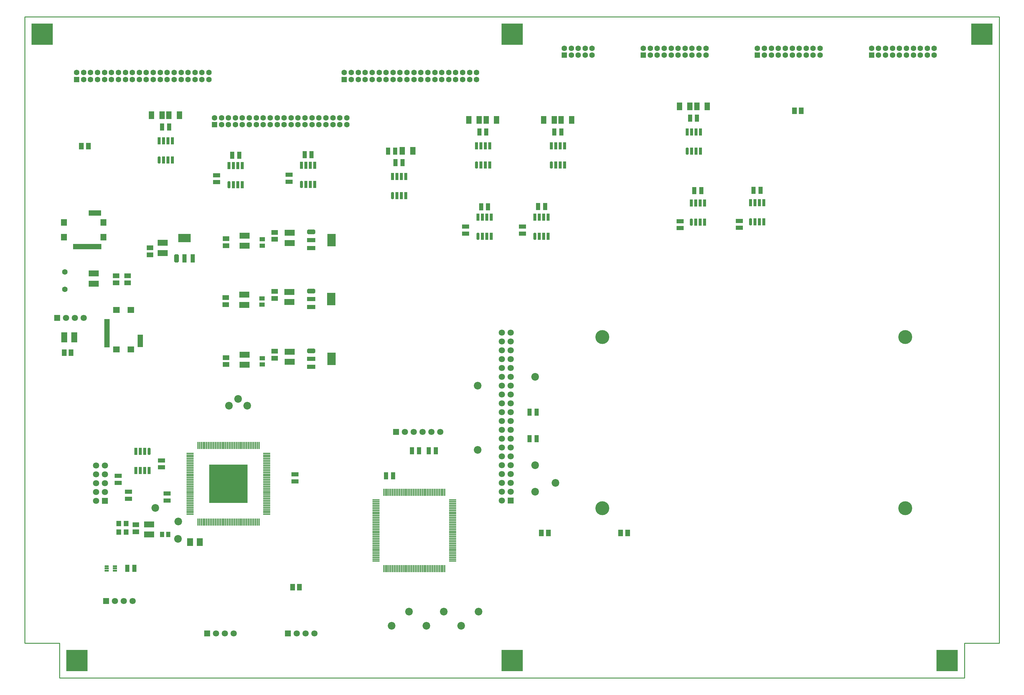
<source format=gts>
G04*
G04 #@! TF.GenerationSoftware,Altium Limited,Altium Designer,24.9.1 (31)*
G04*
G04 Layer_Color=8388736*
%FSLAX44Y44*%
%MOMM*%
G71*
G04*
G04 #@! TF.SameCoordinates,FFAC17DA-0C39-4F23-945C-E2544D3BB645*
G04*
G04*
G04 #@! TF.FilePolarity,Negative*
G04*
G01*
G75*
%ADD10C,0.2500*%
G04:AMPARAMS|DCode=41|XSize=2.1mm|YSize=0.4mm|CornerRadius=0mm|HoleSize=0mm|Usage=FLASHONLY|Rotation=0.000|XOffset=0mm|YOffset=0mm|HoleType=Round|Shape=Octagon|*
%AMOCTAGOND41*
4,1,8,1.0500,-0.1000,1.0500,0.1000,0.9500,0.2000,-0.9500,0.2000,-1.0500,0.1000,-1.0500,-0.1000,-0.9500,-0.2000,0.9500,-0.2000,1.0500,-0.1000,0.0*
%
%ADD41OCTAGOND41*%

%ADD42R,2.1000X0.4000*%
%ADD43R,0.4000X2.1000*%
%ADD44R,2.9000X1.7000*%
%ADD45R,1.9000X1.4000*%
%ADD46R,1.4000X1.9000*%
%ADD47R,1.2000X2.0000*%
%ADD48R,1.2000X0.5500*%
G04:AMPARAMS|DCode=49|XSize=1.2mm|YSize=0.55mm|CornerRadius=0mm|HoleSize=0mm|Usage=FLASHONLY|Rotation=0.000|XOffset=0mm|YOffset=0mm|HoleType=Round|Shape=Octagon|*
%AMOCTAGOND49*
4,1,8,0.6000,-0.1375,0.6000,0.1375,0.4625,0.2750,-0.4625,0.2750,-0.6000,0.1375,-0.6000,-0.1375,-0.4625,-0.2750,0.4625,-0.2750,0.6000,-0.1375,0.0*
%
%ADD49OCTAGOND49*%

G04:AMPARAMS|DCode=50|XSize=0.9mm|YSize=2mm|CornerRadius=0mm|HoleSize=0mm|Usage=FLASHONLY|Rotation=0.000|XOffset=0mm|YOffset=0mm|HoleType=Round|Shape=Octagon|*
%AMOCTAGOND50*
4,1,8,-0.2250,1.0000,0.2250,1.0000,0.4500,0.7750,0.4500,-0.7750,0.2250,-1.0000,-0.2250,-1.0000,-0.4500,-0.7750,-0.4500,0.7750,-0.2250,1.0000,0.0*
%
%ADD50OCTAGOND50*%

%ADD51R,0.9000X2.0000*%
%ADD52R,2.0000X1.2000*%
%ADD53R,1.6000X2.2000*%
%ADD54R,3.6000X2.4000*%
%ADD55R,1.3000X2.4000*%
G04:AMPARAMS|DCode=56|XSize=1.3mm|YSize=2.4mm|CornerRadius=0mm|HoleSize=0mm|Usage=FLASHONLY|Rotation=0.000|XOffset=0mm|YOffset=0mm|HoleType=Round|Shape=Octagon|*
%AMOCTAGOND56*
4,1,8,-0.3250,1.2000,0.3250,1.2000,0.6500,0.8750,0.6500,-0.8750,0.3250,-1.2000,-0.3250,-1.2000,-0.6500,-0.8750,-0.6500,0.8750,-0.3250,1.2000,0.0*
%
%ADD56OCTAGOND56*%

%ADD57R,1.7000X2.9000*%
%ADD58R,1.6000X3.6000*%
%ADD59R,1.6000X8.1000*%
%ADD60R,1.9000X1.8000*%
%ADD61R,1.6000X1.3000*%
%ADD62R,2.4000X3.6000*%
%ADD63R,2.4000X1.3000*%
G04:AMPARAMS|DCode=64|XSize=1.3mm|YSize=2.4mm|CornerRadius=0mm|HoleSize=0mm|Usage=FLASHONLY|Rotation=270.000|XOffset=0mm|YOffset=0mm|HoleType=Round|Shape=Octagon|*
%AMOCTAGOND64*
4,1,8,1.2000,0.3250,1.2000,-0.3250,0.8750,-0.6500,-0.8750,-0.6500,-1.2000,-0.3250,-1.2000,0.3250,-0.8750,0.6500,0.8750,0.6500,1.2000,0.3250,0.0*
%
%ADD64OCTAGOND64*%

%ADD65R,1.4000X1.6000*%
%ADD66R,1.3000X1.6000*%
%ADD67R,1.7000X2.2000*%
%ADD68R,1.8000X1.9000*%
%ADD69R,8.1000X1.6000*%
%ADD70R,3.6000X1.6000*%
%ADD71R,11.1000X11.1000*%
%ADD72C,1.6000*%
%ADD73C,1.8000*%
%ADD74R,1.8000X1.8000*%
%ADD75C,2.2000*%
%ADD76R,1.8000X1.8000*%
%ADD77R,1.6000X1.6000*%
%ADD78C,4.0000*%
%ADD79R,6.1000X6.1000*%
D10*
X0Y100000D02*
X100000D01*
Y0D02*
Y100000D01*
Y0D02*
X2700000D01*
X2800000Y100000D02*
Y1900000D01*
X0D02*
X2800000D01*
X2700000Y0D02*
Y100000D01*
X2800000D01*
X0D02*
Y1900000D01*
D41*
X475120Y645750D02*
D03*
X1009240Y511500D02*
D03*
D42*
X475120Y640750D02*
D03*
Y635750D02*
D03*
Y630750D02*
D03*
Y625750D02*
D03*
Y620750D02*
D03*
Y615750D02*
D03*
Y610750D02*
D03*
Y605750D02*
D03*
Y600750D02*
D03*
Y595750D02*
D03*
Y590750D02*
D03*
Y585750D02*
D03*
Y580750D02*
D03*
Y575750D02*
D03*
Y570750D02*
D03*
Y565750D02*
D03*
Y560750D02*
D03*
Y555750D02*
D03*
Y550750D02*
D03*
Y545750D02*
D03*
Y540750D02*
D03*
Y535750D02*
D03*
Y530750D02*
D03*
Y525750D02*
D03*
Y520750D02*
D03*
Y515750D02*
D03*
Y510750D02*
D03*
Y505750D02*
D03*
Y500750D02*
D03*
Y495750D02*
D03*
Y490750D02*
D03*
Y485750D02*
D03*
Y480750D02*
D03*
Y475750D02*
D03*
Y470750D02*
D03*
X694880D02*
D03*
Y475750D02*
D03*
Y480750D02*
D03*
Y485750D02*
D03*
Y490750D02*
D03*
Y495750D02*
D03*
Y500750D02*
D03*
Y505750D02*
D03*
Y510750D02*
D03*
Y515750D02*
D03*
Y520750D02*
D03*
Y525750D02*
D03*
Y530750D02*
D03*
Y535750D02*
D03*
Y540750D02*
D03*
Y545750D02*
D03*
Y550750D02*
D03*
Y555750D02*
D03*
Y560750D02*
D03*
Y565750D02*
D03*
Y570750D02*
D03*
Y575750D02*
D03*
Y580750D02*
D03*
Y585750D02*
D03*
Y590750D02*
D03*
Y595750D02*
D03*
Y600750D02*
D03*
Y605750D02*
D03*
Y610750D02*
D03*
Y615750D02*
D03*
Y620750D02*
D03*
Y625750D02*
D03*
Y630750D02*
D03*
Y635750D02*
D03*
Y640750D02*
D03*
Y645750D02*
D03*
X1009240Y506500D02*
D03*
Y501500D02*
D03*
Y496500D02*
D03*
Y491500D02*
D03*
Y486500D02*
D03*
Y481500D02*
D03*
Y476500D02*
D03*
Y471500D02*
D03*
Y466500D02*
D03*
Y461500D02*
D03*
Y456500D02*
D03*
Y451500D02*
D03*
Y446500D02*
D03*
Y441500D02*
D03*
Y436500D02*
D03*
Y431500D02*
D03*
Y426500D02*
D03*
Y421500D02*
D03*
Y416500D02*
D03*
Y411500D02*
D03*
Y406500D02*
D03*
Y401500D02*
D03*
Y396500D02*
D03*
Y391500D02*
D03*
Y386500D02*
D03*
Y381500D02*
D03*
Y376500D02*
D03*
Y371500D02*
D03*
Y366500D02*
D03*
Y361500D02*
D03*
Y356500D02*
D03*
Y351500D02*
D03*
Y346500D02*
D03*
Y341500D02*
D03*
Y336500D02*
D03*
X1229000D02*
D03*
Y341500D02*
D03*
Y346500D02*
D03*
Y351500D02*
D03*
Y356500D02*
D03*
Y361500D02*
D03*
Y366500D02*
D03*
Y371500D02*
D03*
Y376500D02*
D03*
Y381500D02*
D03*
Y386500D02*
D03*
Y391500D02*
D03*
Y396500D02*
D03*
Y401500D02*
D03*
Y406500D02*
D03*
Y411500D02*
D03*
Y416500D02*
D03*
Y421500D02*
D03*
Y426500D02*
D03*
Y431500D02*
D03*
Y436500D02*
D03*
Y441500D02*
D03*
Y446500D02*
D03*
Y451500D02*
D03*
Y456500D02*
D03*
Y461500D02*
D03*
Y466500D02*
D03*
Y471500D02*
D03*
Y476500D02*
D03*
Y481500D02*
D03*
Y486500D02*
D03*
Y491500D02*
D03*
Y496500D02*
D03*
Y501500D02*
D03*
Y506500D02*
D03*
Y511500D02*
D03*
D43*
X497500Y448370D02*
D03*
X502500D02*
D03*
X507500D02*
D03*
X512500D02*
D03*
X517500D02*
D03*
X522500D02*
D03*
X527500D02*
D03*
X532500D02*
D03*
X537500D02*
D03*
X542500D02*
D03*
X547500D02*
D03*
X552500D02*
D03*
X557500D02*
D03*
X562500D02*
D03*
X567500D02*
D03*
X572500D02*
D03*
X577500D02*
D03*
X582500D02*
D03*
X587500D02*
D03*
X592500D02*
D03*
X597500D02*
D03*
X602500D02*
D03*
X607500D02*
D03*
X612500D02*
D03*
X617500D02*
D03*
X622500D02*
D03*
X627500D02*
D03*
X632500D02*
D03*
X637500D02*
D03*
X642500D02*
D03*
X647500D02*
D03*
X652500D02*
D03*
X657500D02*
D03*
X662500D02*
D03*
X667500D02*
D03*
X672500D02*
D03*
Y668130D02*
D03*
X667500D02*
D03*
X662500D02*
D03*
X657500D02*
D03*
X652500D02*
D03*
X647500D02*
D03*
X642500D02*
D03*
X637500D02*
D03*
X632500D02*
D03*
X627500D02*
D03*
X622500D02*
D03*
X617500D02*
D03*
X612500D02*
D03*
X607500D02*
D03*
X602500D02*
D03*
X597500D02*
D03*
X592500D02*
D03*
X587500D02*
D03*
X582500D02*
D03*
X577500D02*
D03*
X572500D02*
D03*
X567500D02*
D03*
X562500D02*
D03*
X557500D02*
D03*
X552500D02*
D03*
X547500D02*
D03*
X542500D02*
D03*
X537500D02*
D03*
X532500D02*
D03*
X527500D02*
D03*
X522500D02*
D03*
X517500D02*
D03*
X512500D02*
D03*
X507500D02*
D03*
X502500D02*
D03*
X497500D02*
D03*
X1031620Y314120D02*
D03*
X1036620D02*
D03*
X1041620D02*
D03*
X1046620D02*
D03*
X1051620D02*
D03*
X1056620D02*
D03*
X1061620D02*
D03*
X1066620D02*
D03*
X1071620D02*
D03*
X1076620D02*
D03*
X1081620D02*
D03*
X1086620D02*
D03*
X1091620D02*
D03*
X1096620D02*
D03*
X1101620D02*
D03*
X1106620D02*
D03*
X1111620D02*
D03*
X1116620D02*
D03*
X1121620D02*
D03*
X1126620D02*
D03*
X1131620D02*
D03*
X1136620D02*
D03*
X1141620D02*
D03*
X1146620D02*
D03*
X1151620D02*
D03*
X1156620D02*
D03*
X1161620D02*
D03*
X1166620D02*
D03*
X1171620D02*
D03*
X1176620D02*
D03*
X1181620D02*
D03*
X1186620D02*
D03*
X1191620D02*
D03*
X1196620D02*
D03*
X1201620D02*
D03*
X1206620D02*
D03*
Y533880D02*
D03*
X1201620D02*
D03*
X1196620D02*
D03*
X1191620D02*
D03*
X1186620D02*
D03*
X1181620D02*
D03*
X1176620D02*
D03*
X1171620D02*
D03*
X1166620D02*
D03*
X1161620D02*
D03*
X1156620D02*
D03*
X1151620D02*
D03*
X1146620D02*
D03*
X1141620D02*
D03*
X1136620D02*
D03*
X1131620D02*
D03*
X1126620D02*
D03*
X1121620D02*
D03*
X1116620D02*
D03*
X1111620D02*
D03*
X1106620D02*
D03*
X1101620D02*
D03*
X1096620D02*
D03*
X1091620D02*
D03*
X1086620D02*
D03*
X1081620D02*
D03*
X1076620D02*
D03*
X1071620D02*
D03*
X1066620D02*
D03*
X1061620D02*
D03*
X1056620D02*
D03*
X1051620D02*
D03*
X1046620D02*
D03*
X1041620D02*
D03*
X1036620D02*
D03*
X1031620D02*
D03*
D44*
X760500Y1080500D02*
D03*
Y1109500D02*
D03*
X396000Y1221500D02*
D03*
Y1250500D02*
D03*
X198000Y1162500D02*
D03*
Y1133500D02*
D03*
X631000Y1271250D02*
D03*
Y1242250D02*
D03*
X761000Y1279250D02*
D03*
Y1250250D02*
D03*
X631000Y929500D02*
D03*
Y900500D02*
D03*
X761000Y937500D02*
D03*
Y908500D02*
D03*
X630500Y1101500D02*
D03*
Y1072500D02*
D03*
X357050Y441250D02*
D03*
Y412250D02*
D03*
D45*
X718000Y919000D02*
D03*
Y939000D02*
D03*
X360000Y1216000D02*
D03*
Y1236000D02*
D03*
X578000Y1262750D02*
D03*
Y1242750D02*
D03*
X718000Y1280750D02*
D03*
Y1260750D02*
D03*
X578000Y921000D02*
D03*
Y901000D02*
D03*
X577500Y1093000D02*
D03*
Y1073000D02*
D03*
X717500Y1111000D02*
D03*
Y1091000D02*
D03*
X295000Y1135629D02*
D03*
Y1155629D02*
D03*
X262500Y1135629D02*
D03*
Y1155629D02*
D03*
X318986Y440490D02*
D03*
Y420490D02*
D03*
D46*
X182500Y1528500D02*
D03*
X162500D02*
D03*
X2210950Y1630000D02*
D03*
X2230950D02*
D03*
X133000Y935000D02*
D03*
X113000D02*
D03*
X1712000Y417000D02*
D03*
X1732000D02*
D03*
X1484000D02*
D03*
X1504000D02*
D03*
X789000Y261250D02*
D03*
X769000D02*
D03*
D47*
X596000Y1502500D02*
D03*
X616000D02*
D03*
X804000Y1503839D02*
D03*
X824000D02*
D03*
X2093750Y1401750D02*
D03*
X2113750D02*
D03*
X1311000Y1354500D02*
D03*
X1331000D02*
D03*
X1474750Y1354750D02*
D03*
X1494750D02*
D03*
X1044000Y1514450D02*
D03*
X1064000D02*
D03*
X1065000Y1480975D02*
D03*
X1085000D02*
D03*
X1541500Y1569500D02*
D03*
X1521500D02*
D03*
X1450250Y763960D02*
D03*
X1470250D02*
D03*
X1450250Y687760D02*
D03*
X1470250D02*
D03*
X1943750Y1400750D02*
D03*
X1923750D02*
D03*
X1057750Y581000D02*
D03*
X1037750D02*
D03*
X1112250Y653250D02*
D03*
X1132250D02*
D03*
X1180750D02*
D03*
X1160750D02*
D03*
X394500Y1583500D02*
D03*
X414500D02*
D03*
X1911250Y1609000D02*
D03*
X1931250D02*
D03*
X1306000Y1569500D02*
D03*
X1326000D02*
D03*
X314750Y315000D02*
D03*
X294750D02*
D03*
D48*
X258500Y321500D02*
D03*
Y315000D02*
D03*
Y308500D02*
D03*
X235500Y308500D02*
D03*
Y315000D02*
D03*
D49*
Y321500D02*
D03*
D50*
X2084885Y1311250D02*
D03*
X1056450Y1385975D02*
D03*
X385950Y1488500D02*
D03*
X794950Y1418839D02*
D03*
X1512950Y1474500D02*
D03*
X1914885Y1310250D02*
D03*
X586950Y1417500D02*
D03*
X1301950Y1269500D02*
D03*
X1465700Y1269750D02*
D03*
X1902700Y1514000D02*
D03*
X1297450Y1474500D02*
D03*
X357050Y651750D02*
D03*
D51*
X2097585Y1311250D02*
D03*
X2110285D02*
D03*
X2122985D02*
D03*
Y1366250D02*
D03*
X2110285D02*
D03*
X2097585D02*
D03*
X2084885D02*
D03*
X1069150Y1385975D02*
D03*
X1081850D02*
D03*
X1094550D02*
D03*
Y1440975D02*
D03*
X1081850D02*
D03*
X1069150D02*
D03*
X1056450D02*
D03*
X385950Y1543500D02*
D03*
X398650D02*
D03*
X411350D02*
D03*
X424050D02*
D03*
Y1488500D02*
D03*
X411350D02*
D03*
X398650D02*
D03*
X794950Y1473839D02*
D03*
X807650D02*
D03*
X820350D02*
D03*
X833050D02*
D03*
Y1418839D02*
D03*
X820350D02*
D03*
X807650D02*
D03*
X1512950Y1529500D02*
D03*
X1525650D02*
D03*
X1538350D02*
D03*
X1551050D02*
D03*
Y1474500D02*
D03*
X1538350D02*
D03*
X1525650D02*
D03*
X1914885Y1365250D02*
D03*
X1927585D02*
D03*
X1940285D02*
D03*
X1952985D02*
D03*
Y1310250D02*
D03*
X1940285D02*
D03*
X1927585D02*
D03*
X586950Y1472500D02*
D03*
X599650D02*
D03*
X612350D02*
D03*
X625050D02*
D03*
Y1417500D02*
D03*
X612350D02*
D03*
X599650D02*
D03*
X1301950Y1324500D02*
D03*
X1314650D02*
D03*
X1327350D02*
D03*
X1340050D02*
D03*
Y1269500D02*
D03*
X1327350D02*
D03*
X1314650D02*
D03*
X1465700Y1324750D02*
D03*
X1478400D02*
D03*
X1491100D02*
D03*
X1503800D02*
D03*
Y1269750D02*
D03*
X1491100D02*
D03*
X1478400D02*
D03*
X1915400Y1514000D02*
D03*
X1928100D02*
D03*
X1940800D02*
D03*
Y1569000D02*
D03*
X1928100D02*
D03*
X1915400D02*
D03*
X1902700D02*
D03*
X1310150Y1474500D02*
D03*
X1322850D02*
D03*
X1335550D02*
D03*
Y1529500D02*
D03*
X1322850D02*
D03*
X1310150D02*
D03*
X1297450D02*
D03*
X344350Y651750D02*
D03*
X331650D02*
D03*
X318950D02*
D03*
Y596750D02*
D03*
X331650D02*
D03*
X344350D02*
D03*
X357050D02*
D03*
D52*
X2052750Y1313750D02*
D03*
Y1293750D02*
D03*
X759000Y1426339D02*
D03*
Y1446339D02*
D03*
X1882750Y1292750D02*
D03*
Y1312750D02*
D03*
X551000Y1425000D02*
D03*
Y1445000D02*
D03*
X1266000Y1277000D02*
D03*
Y1297000D02*
D03*
X1429750Y1277250D02*
D03*
Y1297250D02*
D03*
X393000Y605250D02*
D03*
Y625250D02*
D03*
X268000Y560750D02*
D03*
Y580750D02*
D03*
X298000Y535250D02*
D03*
Y515250D02*
D03*
X409000Y510250D02*
D03*
Y530250D02*
D03*
X776000Y565250D02*
D03*
Y585250D02*
D03*
D53*
X1084500Y1514975D02*
D03*
X1114500D02*
D03*
X1571000Y1603500D02*
D03*
X1541000D02*
D03*
X1521000D02*
D03*
X1491000D02*
D03*
X414000Y1617500D02*
D03*
X444000D02*
D03*
X364000D02*
D03*
X394000D02*
D03*
X1880750Y1643000D02*
D03*
X1910750D02*
D03*
X1930750D02*
D03*
X1960750D02*
D03*
X1275500Y1603500D02*
D03*
X1305500D02*
D03*
X1325500D02*
D03*
X1355500D02*
D03*
D54*
X459000Y1264000D02*
D03*
D55*
X482000Y1206000D02*
D03*
X459000D02*
D03*
D56*
X436000D02*
D03*
D57*
X142212Y979000D02*
D03*
X113212D02*
D03*
D58*
X332000Y968500D02*
D03*
D59*
X236000Y991000D02*
D03*
D60*
X305000Y1058000D02*
D03*
X263000D02*
D03*
Y944000D02*
D03*
X305000D02*
D03*
D61*
X682000Y1242750D02*
D03*
Y1260750D02*
D03*
Y901000D02*
D03*
Y919000D02*
D03*
X681500Y1073000D02*
D03*
Y1091000D02*
D03*
D62*
X881000Y1258750D02*
D03*
Y917000D02*
D03*
X880500Y1089000D02*
D03*
D63*
X823000Y1235750D02*
D03*
Y1258750D02*
D03*
Y894000D02*
D03*
Y917000D02*
D03*
X822500Y1066000D02*
D03*
Y1089000D02*
D03*
D64*
X823000Y1281750D02*
D03*
Y940000D02*
D03*
X822500Y1112000D02*
D03*
D65*
X290750Y444250D02*
D03*
Y419250D02*
D03*
X270250D02*
D03*
Y444250D02*
D03*
D66*
X394000Y412250D02*
D03*
X412000D02*
D03*
D67*
X474620Y390250D02*
D03*
X502620D02*
D03*
D68*
X226032Y1309000D02*
D03*
Y1267000D02*
D03*
X112032D02*
D03*
Y1309000D02*
D03*
D69*
X179032Y1240000D02*
D03*
D70*
X201532Y1336000D02*
D03*
D71*
X584853Y558250D02*
D03*
D72*
X585000D02*
D03*
X562000Y581250D02*
D03*
X608000D02*
D03*
Y535250D02*
D03*
X562000D02*
D03*
X115000Y1117000D02*
D03*
Y1167000D02*
D03*
X925000Y1590000D02*
D03*
X905000D02*
D03*
X885000D02*
D03*
X865000D02*
D03*
X845000D02*
D03*
X825000D02*
D03*
X805000D02*
D03*
X785000D02*
D03*
X765000D02*
D03*
X745000D02*
D03*
X925000Y1610000D02*
D03*
X905000D02*
D03*
X885000D02*
D03*
X865000D02*
D03*
X845000D02*
D03*
X825000D02*
D03*
X805000D02*
D03*
X785000D02*
D03*
X765000D02*
D03*
X745000D02*
D03*
X605000D02*
D03*
X585000D02*
D03*
X565000D02*
D03*
X625000Y1590000D02*
D03*
X605000D02*
D03*
X585000D02*
D03*
X565000D02*
D03*
X545000Y1610000D02*
D03*
X645000Y1590000D02*
D03*
X665000D02*
D03*
X685000D02*
D03*
X705000D02*
D03*
X645000Y1610000D02*
D03*
X665000D02*
D03*
X685000D02*
D03*
X705000D02*
D03*
X725000D02*
D03*
Y1590000D02*
D03*
X625000Y1610000D02*
D03*
X1298000Y1720000D02*
D03*
X1278000D02*
D03*
X1258000D02*
D03*
X1238000D02*
D03*
X1218000D02*
D03*
X1198000D02*
D03*
X1178000D02*
D03*
X1158000D02*
D03*
X1138000D02*
D03*
X1118000D02*
D03*
X1298000Y1740000D02*
D03*
X1278000D02*
D03*
X1258000D02*
D03*
X1238000D02*
D03*
X1218000D02*
D03*
X1198000D02*
D03*
X1178000D02*
D03*
X1158000D02*
D03*
X1138000D02*
D03*
X1118000D02*
D03*
X978000D02*
D03*
X958000D02*
D03*
X938000D02*
D03*
X998000Y1720000D02*
D03*
X978000D02*
D03*
X958000D02*
D03*
X938000D02*
D03*
X918000Y1740000D02*
D03*
X1018000Y1720000D02*
D03*
X1038000D02*
D03*
X1058000D02*
D03*
X1078000D02*
D03*
X1018000Y1740000D02*
D03*
X1038000D02*
D03*
X1058000D02*
D03*
X1078000D02*
D03*
X1098000D02*
D03*
Y1720000D02*
D03*
X998000Y1740000D02*
D03*
X529000Y1720000D02*
D03*
X509000D02*
D03*
X489000D02*
D03*
X469000D02*
D03*
X449000D02*
D03*
X429000D02*
D03*
X409000D02*
D03*
X389000D02*
D03*
X369000D02*
D03*
X349000D02*
D03*
X529000Y1740000D02*
D03*
X509000D02*
D03*
X489000D02*
D03*
X469000D02*
D03*
X449000D02*
D03*
X429000D02*
D03*
X409000D02*
D03*
X389000D02*
D03*
X369000D02*
D03*
X349000D02*
D03*
X209000D02*
D03*
X189000D02*
D03*
X169000D02*
D03*
X229000Y1720000D02*
D03*
X209000D02*
D03*
X189000D02*
D03*
X169000D02*
D03*
X149000Y1740000D02*
D03*
X249000Y1720000D02*
D03*
X269000D02*
D03*
X289000D02*
D03*
X309000D02*
D03*
X249000Y1740000D02*
D03*
X269000D02*
D03*
X289000D02*
D03*
X309000D02*
D03*
X329000D02*
D03*
Y1720000D02*
D03*
X229000Y1740000D02*
D03*
X2513000Y1810000D02*
D03*
X2613000Y1790000D02*
D03*
Y1810000D02*
D03*
X2593000D02*
D03*
X2573000D02*
D03*
X2553000D02*
D03*
X2533000D02*
D03*
X2593000Y1790000D02*
D03*
X2573000D02*
D03*
X2553000D02*
D03*
X2533000D02*
D03*
X2433000Y1810000D02*
D03*
X2453000Y1790000D02*
D03*
X2473000D02*
D03*
X2493000D02*
D03*
X2513000D02*
D03*
X2453000Y1810000D02*
D03*
X2473000D02*
D03*
X2493000D02*
D03*
X2185000D02*
D03*
X2285000Y1790000D02*
D03*
Y1810000D02*
D03*
X2265000D02*
D03*
X2245000D02*
D03*
X2225000D02*
D03*
X2205000D02*
D03*
X2265000Y1790000D02*
D03*
X2245000D02*
D03*
X2225000D02*
D03*
X2205000D02*
D03*
X2105000Y1810000D02*
D03*
X2125000Y1790000D02*
D03*
X2145000D02*
D03*
X2165000D02*
D03*
X2185000D02*
D03*
X2125000Y1810000D02*
D03*
X2145000D02*
D03*
X2165000D02*
D03*
X1857000D02*
D03*
X1957000Y1790000D02*
D03*
Y1810000D02*
D03*
X1937000D02*
D03*
X1917000D02*
D03*
X1897000D02*
D03*
X1877000D02*
D03*
X1937000Y1790000D02*
D03*
X1917000D02*
D03*
X1897000D02*
D03*
X1877000D02*
D03*
X1777000Y1810000D02*
D03*
X1797000Y1790000D02*
D03*
X1817000D02*
D03*
X1837000D02*
D03*
X1857000D02*
D03*
X1797000Y1810000D02*
D03*
X1817000D02*
D03*
X1837000D02*
D03*
X1630000Y1810000D02*
D03*
X1550000D02*
D03*
X1570000Y1790000D02*
D03*
X1590000D02*
D03*
X1610000D02*
D03*
X1630000D02*
D03*
X1570000Y1810000D02*
D03*
X1590000D02*
D03*
X1610000D02*
D03*
D73*
X310000Y221500D02*
D03*
X284600D02*
D03*
X259200D02*
D03*
X831700Y128500D02*
D03*
X806300D02*
D03*
X780900D02*
D03*
X169400Y1035000D02*
D03*
X144000D02*
D03*
X118600D02*
D03*
X230400Y611009D02*
D03*
Y585609D02*
D03*
Y560209D02*
D03*
Y534809D02*
D03*
X205000Y611009D02*
D03*
Y585609D02*
D03*
Y509409D02*
D03*
Y534809D02*
D03*
Y560209D02*
D03*
X1092350Y707250D02*
D03*
X1117750D02*
D03*
X1143150D02*
D03*
X1168550D02*
D03*
X1193950D02*
D03*
X1370900Y992580D02*
D03*
Y967180D02*
D03*
Y941780D02*
D03*
Y916380D02*
D03*
Y890980D02*
D03*
Y865580D02*
D03*
Y840180D02*
D03*
Y814780D02*
D03*
Y789380D02*
D03*
Y763980D02*
D03*
Y738580D02*
D03*
Y713180D02*
D03*
Y687780D02*
D03*
Y662380D02*
D03*
Y636980D02*
D03*
Y611580D02*
D03*
Y586180D02*
D03*
Y560780D02*
D03*
Y535380D02*
D03*
X1396300Y992580D02*
D03*
Y967180D02*
D03*
Y941780D02*
D03*
Y916380D02*
D03*
Y890980D02*
D03*
Y865580D02*
D03*
Y840180D02*
D03*
Y814780D02*
D03*
Y789380D02*
D03*
Y763980D02*
D03*
Y738580D02*
D03*
Y713180D02*
D03*
Y687780D02*
D03*
Y662380D02*
D03*
Y636980D02*
D03*
Y611580D02*
D03*
Y586180D02*
D03*
Y560780D02*
D03*
X1370900Y509980D02*
D03*
X1396300Y535380D02*
D03*
X549450Y128500D02*
D03*
X574850D02*
D03*
X600250D02*
D03*
D74*
X233800Y221500D02*
D03*
X755500Y128500D02*
D03*
X93200Y1035000D02*
D03*
X1066950Y707250D02*
D03*
X524050Y128500D02*
D03*
D75*
X1153500Y150000D02*
D03*
X1253500D02*
D03*
X1053500D02*
D03*
X1303500Y190500D02*
D03*
X586260Y783000D02*
D03*
X612500Y802000D02*
D03*
X638736Y783000D02*
D03*
X375050Y488750D02*
D03*
X440000Y400000D02*
D03*
X440750Y450000D02*
D03*
X1103500Y190500D02*
D03*
X1203500D02*
D03*
X1466300Y611580D02*
D03*
Y535380D02*
D03*
X1525000Y560780D02*
D03*
X1300900Y840180D02*
D03*
X1466300Y865560D02*
D03*
X1300900Y655960D02*
D03*
D76*
X230400Y509409D02*
D03*
X1396300Y509980D02*
D03*
D77*
X545000Y1590000D02*
D03*
X918000Y1720000D02*
D03*
X149000D02*
D03*
X2433000Y1790000D02*
D03*
X2105000D02*
D03*
X1777000D02*
D03*
X1550000Y1790000D02*
D03*
D78*
X1659160Y980000D02*
D03*
X2530000D02*
D03*
X1659160Y487920D02*
D03*
X2530000D02*
D03*
D79*
X2750000Y1850000D02*
D03*
X1400000D02*
D03*
X50000D02*
D03*
X2650000Y50000D02*
D03*
X1400000D02*
D03*
X150000D02*
D03*
M02*

</source>
